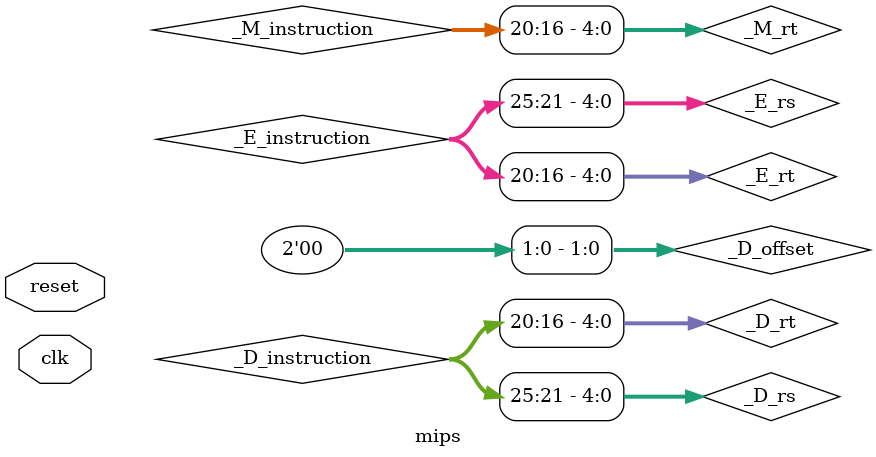
<source format=v>
`timescale 1ns / 1ps
/*
	 assign option = instruction[31:26];
	 assign func = instruction[5:0];
	 assign rs = instruction[25:21];
	 assign rt = instruction[20:16];
	 assign rd = instruction[15:11];
	 assign shamt = instruction[10:6];
	 assign immediate = instruction[15:0];
	 assign instr_index = instruction[25:0];
*/
`define option 31:26
`define func 5:0
`define rs 25:21
`define rt 20:16
`define rd 15:11 
`define shamt 10:6
`define imm 15:0
`define instr 25:0 

//`default_nettype none

module mips(
    input clk,
    input reset
    );
	 
	 /*--------------------------È¡Ö¸½×¶Î£¨Fetch£©-------------------------*/
	 /*´ÓÖ¸Áî´æ´¢Æ÷ÖÐ¶ÁÈ¡Ö¸Áî*/
	 
	 wire [31:0] _F_NPC;
	 wire [31:0] _F_PC;
	 wire [31:0] _F_instruction;
	 
	 assign _F_NPC = frozen ? _F_NPC :
						_D_NPCop == 2'b01 && _D_cmp_result ? _F_PC + _D_offset :
						_D_NPCop == 2'b10 && _D_cmp_result ? {{_F_PC[31:28]}, {_D_instruction[`instr]}, {2{1'b0}}} :
						_D_NPCop == 2'b11 && _D_cmp_result ? _D_rs_data : 
										_F_PC + 4;
	 
	 ProgramCounter _F_PCmodule(.data_in(_F_NPC), .clk(clk), .reset(reset), .data_out(_F_PC));
	 
	 InstructionRegister _F_IM(.address(_F_PC), .data_out(_F_instruction));
	 
	 /*---------------------ÒëÂë½×¶Î£¨Decode£©----------------------------*/
	 /*´Ó¼Ä´æÆ÷ÎÄ¼þÖÐ¶ÁÈ¡Ô´²Ù×÷Êý*/
	 
	 wire [31:0] _D_instruction;
	 wire [31:0] _D_PC;
	 wire [1:0] _D_NPCop;
	 wire [2:0] _D_cmp_option;
	 wire _D_ext_option;
	 wire [31:0] _D_offset;
	 wire [31:0] _D_imm32;
	 wire [15:0] _D_imm16 = _D_instruction[`imm];
	 wire _D_reg_write_enable;
	 wire [31:0] _D_reg_read_data1; // rs
	 wire [31:0] _D_reg_read_data2; // rt
	 wire _D_cmp_result;
	 
	 
	 wire [4:0] _D_rt = _D_instruction[`rt];
	 wire [4:0] _D_rs = _D_instruction[`rs];
	 wire [1:0] _D_rt_Tuse;
	 wire [1:0] _D_rs_Tuse;
	 
	 /*ÔÝÍ£ÐÅºÅµÄ¿¼ÂÇ*/
	 
	 // ¿¼ÂÇrsÊÇ·ñ²úÉúÃ°ÏÕ
	 // ex. rsTuse = 0, ETnew = 2
	 wire frozen_rs0_E2 = _D_rs_Tuse == 2'b00 && _E_Tnew == 2'b10 && _D_rs == _E_fw_address && _D_rs != 0 && _E_reg_write_enable;
	 wire frozen_rs0_E1 = _D_rs_Tuse == 2'b00 && _E_Tnew == 2'b01 && _D_rs == _E_fw_address && _D_rs != 0 && _E_reg_write_enable;
	 wire frozen_rs0_M1 = _D_rs_Tuse == 2'b00 && _M_Tnew == 2'b01 && _D_rs == _M_fw_address && _D_rs != 0 && _M_reg_write_enable;
	 wire frozen_rs1_E2 = _D_rs_Tuse == 2'b01 && _E_Tnew == 2'b10 && _D_rs == _E_fw_address && _D_rs != 0 && _E_reg_write_enable;
	 
	 wire frozen_rs = frozen_rs0_E2 || frozen_rs0_E1 || frozen_rs0_M1 || frozen_rs1_E2;
	 
	 // ¿¼ÂÇrtÊÇ·ñ²úÉúÃ°ÏÕ
	 // ex. rtTuse = 0, ETnew = 2
	 wire frozen_rt0_E2 = _D_rt_Tuse == 2'b00 && _E_Tnew == 2'b10 && _D_rt == _E_fw_address && _D_rt != 0 && _E_reg_write_enable;
	 wire frozen_rt0_E1 = _D_rt_Tuse == 2'b00 && _E_Tnew == 2'b01 && _D_rt == _E_fw_address && _D_rt != 0 && _E_reg_write_enable;
	 wire frozen_rt0_M1 = _D_rt_Tuse == 2'b00 && _M_Tnew == 2'b01 && _D_rt == _M_fw_address && _D_rt != 0 && _M_reg_write_enable;
	 wire frozen_rt1_E2 = _D_rt_Tuse == 2'b01 && _E_Tnew == 2'b10 && _D_rt == _E_fw_address && _D_rt != 0 && _E_reg_write_enable;
	 
	 wire frozen_rt = frozen_rt0_E2 || frozen_rt0_E1 || frozen_rt0_M1 || frozen_rt1_E2;
	 
	 wire frozen = frozen_rs || frozen_rt;
	 
	 /*-----------*/
	 
	 Register_D _D_RegD(.clk(clk), .reset(reset), .frozen(frozen), 
								.instruction_in(_F_instruction), .pc_in(_F_PC),
								.instruction_out(_D_instruction), .pc_out(_D_PC));
								
	 ControlUnit_D _D_CU(.option(_D_instruction[`option]), 
									.func(_D_instruction[`func]), 
									.NPCop(_D_NPCop), 
									.cmp_option(_D_cmp_option), 
									.ext_option(_D_ext_option), 
									.reg_write_enable(_D_reg_write_enable), 
									.rt_Tuse(_D_rt_Tuse), 
									.rs_Tuse(_D_rs_Tuse));
									
	 assign _D_imm32 = _D_ext_option ? {{16{_D_imm16[15]}}, _D_imm16} : {{16{1'b0}}, _D_imm16};
	 
	 assign _D_offset = {{14{_D_imm16[15]}}, _D_imm16, {2{1'b0}}}; 
	 
	 GRF _GRF(.clk(clk), .reset(reset), .read_address1(_D_instruction[`rs]), 
													.read_address2(_D_instruction[`rt]), 
													.read_data1(_D_reg_read_data1), 
													.read_data2(_D_reg_read_data2), 
													.PC(_W_PC), 
													.write_address(_W_reg_write_address), 
													.write_data(_W_reg_write_data), 
													.write_enable(_W_reg_write_enable));
	 //¿¼ÂÇ×ª·¢												
	 wire [1:0] _D_fw_rs_sel = _D_rs == _E_fw_address && _D_rs != 5'd0 && _E_reg_write_enable && _E_Tnew == 2'b00 ? 2'b11 :
									_D_rs == _M_fw_address && _D_rs != 5'd0 && _M_reg_write_enable && _M_Tnew == 2'b00 ? 2'b10 :
									_D_rs == _W_fw_address && _D_rs != 5'd0 && _W_reg_write_enable && _W_Tnew == 2'b00 ? 2'b01 :
									2'b00;
	 wire [31:0] _D_rs_data = _D_fw_rs_sel == 2'b11 ? _E_fw_data :
									_D_fw_rs_sel == 2'b10 ? _M_fw_data :
									_D_fw_rs_sel == 2'b01 ? _W_fw_data :
									_D_reg_read_data1;
									
	 wire [1:0] _D_fw_rt_sel = _D_rt == _E_fw_address && _D_rt != 5'd0 && _E_reg_write_enable && _E_Tnew == 2'b00 ? 2'b11 :
									_D_rt == _M_fw_address && _D_rt != 5'd0 && _M_reg_write_enable && _M_Tnew == 2'b00 ? 2'b10 :
									_D_rt == _W_fw_address && _D_rt != 5'd0 && _W_reg_write_enable && _W_Tnew == 2'b00 ? 2'b01 :
									2'b00;
	 wire [31:0] _D_rt_data = _D_fw_rt_sel == 2'b11 ? _E_fw_data :
									_D_fw_rt_sel == 2'b10 ? _M_fw_data :
									_D_fw_rt_sel == 2'b01 ? _W_fw_data :
									_D_reg_read_data2;
	 
	 CMP _D_CMP(.input1(_D_rs_data), .input2(_D_rt_data), .option(_D_cmp_option), .res(_D_cmp_result));
								
								
								
	 
	 
	 /*---------------------Ö´ÐÐ½×¶Î£¨Execute£©----------------------------*/
	 /*Ê¹ÓÃ ALU Ö´ÐÐ¼ÆËã*/
	 
	 wire [31:0] _E_instruction;
	 wire [31:0] _E_PC;
	 wire [31:0] _E_imm32;
	 wire [31:0] _E_reg_read_data1;
	 wire [31:0] _E_reg_read_data2;
	 wire _E_reg_write_enable;
	 wire [2:0] _E_ALUoption;
	 wire _E_ALUsrc;
	 wire [31:0] _E_ALUinput2;
	 wire [31:0] _E_ALUresult;
	 
	 wire [4:0] _E_rs = _E_instruction[`rs];
	 wire [4:0] _E_rt = _E_instruction[`rt];
	 
	 wire [1:0] _E_Tnew;
	 wire [1:0] _E_fw_ad_op;
	 wire [4:0] _E_fw_address; // Ð´ÈëµÄ¼Ä´æÆ÷±àºÅ
	 
	 assign _E_fw_address = _E_fw_ad_op == 2'b00 ? _E_instruction[`rd] :
									_E_fw_ad_op == 2'b01 ? _E_instruction[`rt] :
									_E_fw_ad_op == 2'b10 ? 5'b11111 :
									5'b00000;
	 
	 wire [1:0] _E_fw_data_op;
	 wire [31:0] _E_fw_data; // Èç¹û¿ÉÒÔ×ª·¢£¬×ª·¢µÄÊý¾Ý
	 
	 assign _E_fw_data = _E_PC + 8; // E ¼¶Á÷Ë®Ïß¿É¹©×ª·¢µÄÊý¾Ý½öÓÐ PC + 8
	 
	 Register_E _E_RegE(.clk(clk), .reset(reset || frozen), .instruction_in(_D_instruction), 
																	.pc_in(_D_PC), 
																	.reg_data1_in(_D_rs_data),
																	.reg_data2_in(_D_rt_data), 
																	.imm32_in(_D_imm32), 
																	.reg_write_enable_in(_D_reg_write_enable && _D_cmp_result), 
																	.pc_out(_E_PC), 
																	.instruction_out(_E_instruction), 
																	.reg_data1_out(_E_reg_read_data1),
																	.reg_data2_out(_E_reg_read_data2), 
																	.imm32_out(_E_imm32), 
																	.reg_write_enable_out(_E_reg_write_enable)
																	);
	 
	 ControlUnit_E _E_CU(.option(_E_instruction[`option]), .func(_E_instruction[`func]),
																	.ALUoption(_E_ALUoption), .ALUsrc(_E_ALUsrc),
																	.Tnew(_E_Tnew), .fw_ad_op(_E_fw_ad_op), .fw_data_op(_E_fw_data_op));
	 
	 wire [1:0] _E_fw_rs_sel = _E_rs == _M_fw_address && _E_rs != 5'd0 && _M_reg_write_enable && _M_Tnew == 2'b00 ? 2'b10 :
									_E_rs == _W_fw_address && _E_rs != 5'd0 && _W_reg_write_enable && _W_Tnew == 2'b00 ? 2'b01 :
									2'b00;
	 wire [31:0] _E_rs_data = _E_fw_rs_sel == 2'b10 ? _M_fw_data :
									_E_fw_rs_sel == 2'b01 ? _W_fw_data :
									_E_reg_read_data1;
									
	 wire [1:0] _E_fw_rt_sel = _E_rt == _M_fw_address && _E_rt != 5'd0 && _M_reg_write_enable && _M_Tnew == 2'b00 ? 2'b10 :
									_E_rt == _W_fw_address && _E_rt != 5'd0 && _W_reg_write_enable && _W_Tnew == 2'b00 ? 2'b01 :
									2'b00;
	 wire [31:0] _E_rt_data = _E_fw_rt_sel == 2'b10 ? _M_fw_data :
									_E_fw_rt_sel == 2'b01 ? _W_fw_data :
									_E_reg_read_data2;
	 
	 
	 assign _E_ALUinput2 = _E_ALUsrc == 1'b1 ? _E_imm32 : _E_rt_data;
	 
	 ALU _E_ALU(.input1(_E_rs_data), .input2(_E_ALUinput2), .option(_E_ALUoption), .result(_E_ALUresult));
	 
	 
	 
	 /*---------------------´æ´¢½×¶Î£¨Memory£©----------------------------*/
	 /*¶Á»òÐ´Êý¾Ý´æ´¢Æ÷*/
	 
	 wire [31:0] _M_PC;
	 wire [31:0] _M_instruction;
	 wire [31:0] _M_ALUresult;
	 wire [31:0] _M_reg_read_data2;
	 wire [31:0] _M_mem_read_data;
	 wire _M_mem_write_enable;
	 wire _M_reg_write_enable;
	 
	 wire [4:0] _M_rt = _M_instruction[`rt];
	 wire [1:0] _M_Tnew;
	 wire [1:0] _M_fw_ad_op;
	 wire [4:0] _M_fw_address; // Ð´ÈëµÄ¼Ä´æÆ÷±àºÅ
	 
	 assign _M_fw_address = _M_fw_ad_op == 2'b00 ? _M_instruction[`rd] :
									_M_fw_ad_op == 2'b01 ? _M_instruction[`rt] :
									_M_fw_ad_op == 2'b10 ? 5'b11111 :
									5'b00000;
	 
	 
	 wire [1:0] _M_fw_data_op;
	 wire [31:0] _M_fw_data; // Èç¹û¿ÉÒÔ×ª·¢£¬×ª·¢µÄÊý¾Ý
	 
	 assign _M_fw_data = _M_fw_data_op == 2'b00 ? _M_ALUresult :
								_M_fw_data_op == 2'b10 ? _M_PC + 8 : 
								0;
	 
	 wire [1:0] _M_fw_rt_sel = _M_rt == _W_fw_address && _M_rt != 5'd0 && _W_reg_write_enable && _W_Tnew == 2'b00 ? 2'b01 :
									2'b00;
	 wire [31:0] _M_rt_data = _M_fw_rt_sel == 2'b01 ? _W_fw_data :
									_M_reg_read_data2;
	 
	 Register_M _M_RegM(.clk(clk), .reset(reset), .pc_in(_E_PC), .instruction_in(_E_instruction), .reg_write_enable_in(_E_reg_write_enable), 
																	.ALUresult_in(_E_ALUresult), .reg_read_data2_in(_E_rt_data/*_E_rt_data*/), // ? ÒÔÇ°ÊÇ_E_reg_read_data2£¬¸ÄÒ»ÏÂÊÔÊÔ
																	.pc_out(_M_PC), .instruction_out(_M_instruction), .reg_write_enable_out(_M_reg_write_enable), 
																	.ALUresult_out(_M_ALUresult), .reg_read_data2_out(_M_reg_read_data2));
	 
	 ControlUnit_M _M_CU(.option(_M_instruction[`option]), .func(_M_instruction[`func]), .mem_write_enable(_M_mem_write_enable), 
									.Tnew(_M_Tnew), .fw_ad_op(_M_fw_ad_op), .fw_data_op(_M_fw_data_op));
	 
	 DataMemory _M_DM(.clk(clk), .reset(reset), .PC(_M_PC), .write_enable(_M_mem_write_enable), .address(_M_ALUresult), 
																.data_in(_M_rt_data), .data_out(_M_mem_read_data));
	 
	 
	 
	 /*---------------------Ð´»Ø½×¶Î£¨Writeback£©----------------------------*/
	 /*½«½á¹ûÐ´»Øµ½¼Ä´æÆ÷ÎÄ¼þ*/
	 
	 wire [31:0] _W_PC;
	 wire [31:0] _W_instruction;
	 wire [31:0] _W_mem_read_data;
	 wire [31:0] _W_ALUresult;
	 wire [1:0] _W_reg_write_destination;
	 wire _W_reg_write_enable;
	 wire [1:0] _W_reg_write_src;
	 
	 wire [4:0] _W_reg_write_address;
	 wire [31:0] _W_reg_write_data;
	 
	 wire [1:0] _W_Tnew;
	 wire [1:0] _W_fw_ad_op;
	 wire [4:0] _W_fw_address; // Ð´ÈëµÄ¼Ä´æÆ÷±àºÅ
	 
	 assign _W_fw_address = _W_fw_ad_op == 2'b00 ? _W_instruction[`rd] :
									_W_fw_ad_op == 2'b01 ? _W_instruction[`rt] :
									_W_fw_ad_op == 2'b10 ? 5'b11111 :
									5'b00000;
	 
	 wire [1:0] _W_fw_data_op;
	 wire [31:0] _W_fw_data; // Èç¹û¿ÉÒÔ×ª·¢£¬×ª·¢µÄÊý¾Ý
	 
	 assign _W_fw_data = _W_fw_data_op == 2'b00 ? _W_ALUresult : 
								_W_fw_data_op == 2'b01 ? _W_mem_read_data : 
								_W_fw_data_op == 2'b10 ? _W_PC + 8 : 
								0;
	 
	 
	 Register_W _W_RegW(.clk(clk), .reset(reset), .instruction_in(_M_instruction), .pc_in(_M_PC), 
																	.mem_data_in(_M_mem_read_data), .ALUresult_in(_M_ALUresult), 
																	.reg_write_enable_in(_M_reg_write_enable), 
																	.pc_out(_W_PC), .instruction_out(_W_instruction), .reg_write_enable_out(_W_reg_write_enable),
																	.mem_data_out(_W_mem_read_data), .ALUresult_out(_W_ALUresult));
	 
	 ControlUnit_W _W_CU(.option(_W_instruction[`option]), .func(_W_instruction[`func]), 
									.reg_write_destination(_W_reg_write_destination), 
									.reg_write_src(_W_reg_write_src), .Tnew(_W_Tnew), .fw_ad_op(_W_fw_ad_op), .fw_data_op(_W_fw_data_op));
	 
	 assign _W_reg_write_address = _W_reg_write_destination == 2'b00 ? _W_instruction[`rd] :
												_W_reg_write_destination == 2'b01 ? _W_instruction[`rt] :
												_W_reg_write_destination == 2'b10 ? 5'b11111 : 
												5'b00000;
	 
	 assign _W_reg_write_data = _W_reg_write_src == 2'b00 ? _W_ALUresult :
											_W_reg_write_src == 2'b01 ? _W_mem_read_data :
											_W_reg_write_src == 2'b10 ? _W_PC + 8 : 0;
	 

endmodule

</source>
